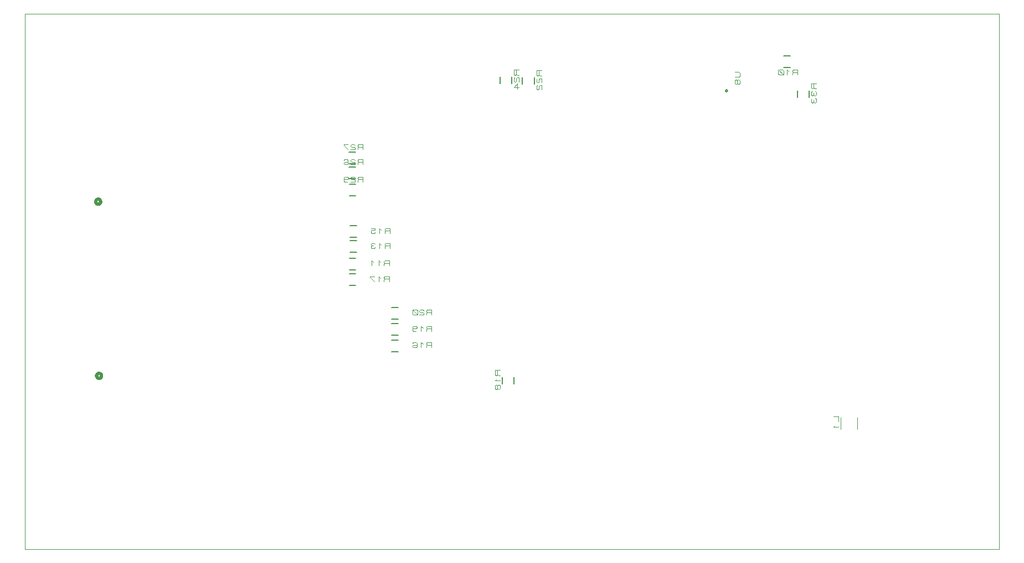
<source format=gbr>
G04 PROTEUS GERBER X2 FILE*
%TF.GenerationSoftware,Labcenter,Proteus,8.17-SP2-Build37159*%
%TF.CreationDate,2025-02-23T13:52:33+00:00*%
%TF.FileFunction,Legend,Bot*%
%TF.FilePolarity,Positive*%
%TF.Part,Single*%
%TF.SameCoordinates,{f5fd30df-bfb1-41d0-8757-df29ac62e929}*%
%FSLAX45Y45*%
%MOMM*%
G01*
%TA.AperFunction,Profile*%
%ADD73C,0.101600*%
%TA.AperFunction,Material*%
%ADD34C,0.101600*%
%ADD36C,0.200000*%
%ADD38C,0.508000*%
%ADD41C,0.203200*%
%TD.AperFunction*%
D73*
X+0Y+635000D02*
X+14900000Y+635000D01*
X+14900000Y+8835000D01*
X+0Y+635000D02*
X+0Y+8835000D01*
X+14900000Y+8835000D01*
D34*
X+12470460Y+2651460D02*
X+12470460Y+2473660D01*
X+12729540Y+2651460D02*
X+12729540Y+2473660D01*
X+12363780Y+2669240D02*
X+12439980Y+2669240D01*
X+12439980Y+2589230D01*
X+12389180Y+2535890D02*
X+12363780Y+2509220D01*
X+12439980Y+2509220D01*
D36*
X+5061200Y+4913800D02*
X+4961200Y+4913800D01*
X+5061200Y+5093800D02*
X+4961200Y+5093800D01*
D34*
X+5571220Y+4979200D02*
X+5571220Y+5055400D01*
X+5504545Y+5055400D01*
X+5491210Y+5042700D01*
X+5491210Y+5030000D01*
X+5504545Y+5017300D01*
X+5571220Y+5017300D01*
X+5504545Y+5017300D02*
X+5491210Y+5004600D01*
X+5491210Y+4979200D01*
X+5437870Y+5030000D02*
X+5411200Y+5055400D01*
X+5411200Y+4979200D01*
X+5331190Y+5030000D02*
X+5304520Y+5055400D01*
X+5304520Y+4979200D01*
D36*
X+5073900Y+5180500D02*
X+4973900Y+5180500D01*
X+5073900Y+5360500D02*
X+4973900Y+5360500D01*
D34*
X+5583920Y+5245900D02*
X+5583920Y+5322100D01*
X+5517245Y+5322100D01*
X+5503910Y+5309400D01*
X+5503910Y+5296700D01*
X+5517245Y+5284000D01*
X+5583920Y+5284000D01*
X+5517245Y+5284000D02*
X+5503910Y+5271300D01*
X+5503910Y+5245900D01*
X+5450570Y+5296700D02*
X+5423900Y+5322100D01*
X+5423900Y+5245900D01*
X+5357225Y+5309400D02*
X+5343890Y+5322100D01*
X+5303885Y+5322100D01*
X+5290550Y+5309400D01*
X+5290550Y+5296700D01*
X+5303885Y+5284000D01*
X+5290550Y+5271300D01*
X+5290550Y+5258600D01*
X+5303885Y+5245900D01*
X+5343890Y+5245900D01*
X+5357225Y+5258600D01*
X+5330555Y+5284000D02*
X+5303885Y+5284000D01*
D36*
X+5073900Y+5409100D02*
X+4973900Y+5409100D01*
X+5073900Y+5589100D02*
X+4973900Y+5589100D01*
D34*
X+5583920Y+5474500D02*
X+5583920Y+5550700D01*
X+5517245Y+5550700D01*
X+5503910Y+5538000D01*
X+5503910Y+5525300D01*
X+5517245Y+5512600D01*
X+5583920Y+5512600D01*
X+5517245Y+5512600D02*
X+5503910Y+5499900D01*
X+5503910Y+5474500D01*
X+5450570Y+5525300D02*
X+5423900Y+5550700D01*
X+5423900Y+5474500D01*
X+5290550Y+5550700D02*
X+5357225Y+5550700D01*
X+5357225Y+5525300D01*
X+5303885Y+5525300D01*
X+5290550Y+5512600D01*
X+5290550Y+5487200D01*
X+5303885Y+5474500D01*
X+5343890Y+5474500D01*
X+5357225Y+5487200D01*
D36*
X+5710400Y+3660000D02*
X+5610400Y+3660000D01*
X+5710400Y+3840000D02*
X+5610400Y+3840000D01*
D34*
X+6220420Y+3725400D02*
X+6220420Y+3801600D01*
X+6153745Y+3801600D01*
X+6140410Y+3788900D01*
X+6140410Y+3776200D01*
X+6153745Y+3763500D01*
X+6220420Y+3763500D01*
X+6153745Y+3763500D02*
X+6140410Y+3750800D01*
X+6140410Y+3725400D01*
X+6087070Y+3776200D02*
X+6060400Y+3801600D01*
X+6060400Y+3725400D01*
X+5927050Y+3788900D02*
X+5940385Y+3801600D01*
X+5980390Y+3801600D01*
X+5993725Y+3788900D01*
X+5993725Y+3738100D01*
X+5980390Y+3725400D01*
X+5940385Y+3725400D01*
X+5927050Y+3738100D01*
X+5927050Y+3750800D01*
X+5940385Y+3763500D01*
X+5993725Y+3763500D01*
D36*
X+5061200Y+4672500D02*
X+4961200Y+4672500D01*
X+5061200Y+4852500D02*
X+4961200Y+4852500D01*
D34*
X+5571220Y+4737900D02*
X+5571220Y+4814100D01*
X+5504545Y+4814100D01*
X+5491210Y+4801400D01*
X+5491210Y+4788700D01*
X+5504545Y+4776000D01*
X+5571220Y+4776000D01*
X+5504545Y+4776000D02*
X+5491210Y+4763300D01*
X+5491210Y+4737900D01*
X+5437870Y+4788700D02*
X+5411200Y+4814100D01*
X+5411200Y+4737900D01*
X+5344525Y+4814100D02*
X+5277850Y+4814100D01*
X+5277850Y+4801400D01*
X+5344525Y+4737900D01*
D36*
X+7481400Y+3268400D02*
X+7481400Y+3168400D01*
X+7301400Y+3268400D02*
X+7301400Y+3168400D01*
D34*
X+7266000Y+3378420D02*
X+7189800Y+3378420D01*
X+7189800Y+3311745D01*
X+7202500Y+3298410D01*
X+7215200Y+3298410D01*
X+7227900Y+3311745D01*
X+7227900Y+3378420D01*
X+7227900Y+3311745D02*
X+7240600Y+3298410D01*
X+7266000Y+3298410D01*
X+7215200Y+3245070D02*
X+7189800Y+3218400D01*
X+7266000Y+3218400D01*
X+7227900Y+3138390D02*
X+7215200Y+3151725D01*
X+7202500Y+3151725D01*
X+7189800Y+3138390D01*
X+7189800Y+3098385D01*
X+7202500Y+3085050D01*
X+7215200Y+3085050D01*
X+7227900Y+3098385D01*
X+7227900Y+3138390D01*
X+7240600Y+3151725D01*
X+7253300Y+3151725D01*
X+7266000Y+3138390D01*
X+7266000Y+3098385D01*
X+7253300Y+3085050D01*
X+7240600Y+3085050D01*
X+7227900Y+3098385D01*
D36*
X+5710400Y+3910000D02*
X+5610400Y+3910000D01*
X+5710400Y+4090000D02*
X+5610400Y+4090000D01*
D34*
X+6220420Y+3975400D02*
X+6220420Y+4051600D01*
X+6153745Y+4051600D01*
X+6140410Y+4038900D01*
X+6140410Y+4026200D01*
X+6153745Y+4013500D01*
X+6220420Y+4013500D01*
X+6153745Y+4013500D02*
X+6140410Y+4000800D01*
X+6140410Y+3975400D01*
X+6087070Y+4026200D02*
X+6060400Y+4051600D01*
X+6060400Y+3975400D01*
X+5927050Y+4026200D02*
X+5940385Y+4013500D01*
X+5980390Y+4013500D01*
X+5993725Y+4026200D01*
X+5993725Y+4038900D01*
X+5980390Y+4051600D01*
X+5940385Y+4051600D01*
X+5927050Y+4038900D01*
X+5927050Y+3988100D01*
X+5940385Y+3975400D01*
X+5980390Y+3975400D01*
D36*
X+5710400Y+4160000D02*
X+5610400Y+4160000D01*
X+5710400Y+4340000D02*
X+5610400Y+4340000D01*
D34*
X+6220420Y+4225400D02*
X+6220420Y+4301600D01*
X+6153745Y+4301600D01*
X+6140410Y+4288900D01*
X+6140410Y+4276200D01*
X+6153745Y+4263500D01*
X+6220420Y+4263500D01*
X+6153745Y+4263500D02*
X+6140410Y+4250800D01*
X+6140410Y+4225400D01*
X+6100405Y+4288900D02*
X+6087070Y+4301600D01*
X+6047065Y+4301600D01*
X+6033730Y+4288900D01*
X+6033730Y+4276200D01*
X+6047065Y+4263500D01*
X+6087070Y+4263500D01*
X+6100405Y+4250800D01*
X+6100405Y+4225400D01*
X+6033730Y+4225400D01*
X+6007060Y+4238100D02*
X+6007060Y+4288900D01*
X+5993725Y+4301600D01*
X+5940385Y+4301600D01*
X+5927050Y+4288900D01*
X+5927050Y+4238100D01*
X+5940385Y+4225400D01*
X+5993725Y+4225400D01*
X+6007060Y+4238100D01*
X+6007060Y+4225400D02*
X+5927050Y+4301600D01*
D36*
X+7610000Y+7755000D02*
X+7610000Y+7855000D01*
X+7790000Y+7755000D02*
X+7790000Y+7855000D01*
D34*
X+7901600Y+7965020D02*
X+7825400Y+7965020D01*
X+7825400Y+7898345D01*
X+7838100Y+7885010D01*
X+7850800Y+7885010D01*
X+7863500Y+7898345D01*
X+7863500Y+7965020D01*
X+7863500Y+7898345D02*
X+7876200Y+7885010D01*
X+7901600Y+7885010D01*
X+7838100Y+7845005D02*
X+7825400Y+7831670D01*
X+7825400Y+7791665D01*
X+7838100Y+7778330D01*
X+7850800Y+7778330D01*
X+7863500Y+7791665D01*
X+7863500Y+7831670D01*
X+7876200Y+7845005D01*
X+7901600Y+7845005D01*
X+7901600Y+7778330D01*
X+7838100Y+7738325D02*
X+7825400Y+7724990D01*
X+7825400Y+7684985D01*
X+7838100Y+7671650D01*
X+7850800Y+7671650D01*
X+7863500Y+7684985D01*
X+7863500Y+7724990D01*
X+7876200Y+7738325D01*
X+7901600Y+7738325D01*
X+7901600Y+7671650D01*
D36*
X+7263300Y+7765800D02*
X+7263300Y+7865800D01*
X+7443300Y+7765800D02*
X+7443300Y+7865800D01*
D34*
X+7554900Y+7975820D02*
X+7478700Y+7975820D01*
X+7478700Y+7909145D01*
X+7491400Y+7895810D01*
X+7504100Y+7895810D01*
X+7516800Y+7909145D01*
X+7516800Y+7975820D01*
X+7516800Y+7909145D02*
X+7529500Y+7895810D01*
X+7554900Y+7895810D01*
X+7491400Y+7855805D02*
X+7478700Y+7842470D01*
X+7478700Y+7802465D01*
X+7491400Y+7789130D01*
X+7504100Y+7789130D01*
X+7516800Y+7802465D01*
X+7516800Y+7842470D01*
X+7529500Y+7855805D01*
X+7554900Y+7855805D01*
X+7554900Y+7789130D01*
X+7529500Y+7682450D02*
X+7529500Y+7762460D01*
X+7478700Y+7709120D01*
X+7554900Y+7709120D01*
D36*
X+5059100Y+6310800D02*
X+4959100Y+6310800D01*
X+5059100Y+6490800D02*
X+4959100Y+6490800D01*
D34*
X+5169120Y+6526200D02*
X+5169120Y+6602400D01*
X+5102445Y+6602400D01*
X+5089110Y+6589700D01*
X+5089110Y+6577000D01*
X+5102445Y+6564300D01*
X+5169120Y+6564300D01*
X+5102445Y+6564300D02*
X+5089110Y+6551600D01*
X+5089110Y+6526200D01*
X+5049105Y+6589700D02*
X+5035770Y+6602400D01*
X+4995765Y+6602400D01*
X+4982430Y+6589700D01*
X+4982430Y+6577000D01*
X+4995765Y+6564300D01*
X+5035770Y+6564300D01*
X+5049105Y+6551600D01*
X+5049105Y+6526200D01*
X+4982430Y+6526200D01*
X+4875750Y+6589700D02*
X+4889085Y+6602400D01*
X+4929090Y+6602400D01*
X+4942425Y+6589700D01*
X+4942425Y+6538900D01*
X+4929090Y+6526200D01*
X+4889085Y+6526200D01*
X+4875750Y+6538900D01*
X+4875750Y+6551600D01*
X+4889085Y+6564300D01*
X+4942425Y+6564300D01*
D36*
X+5059100Y+6539400D02*
X+4959100Y+6539400D01*
X+5059100Y+6719400D02*
X+4959100Y+6719400D01*
D34*
X+5169120Y+6754800D02*
X+5169120Y+6831000D01*
X+5102445Y+6831000D01*
X+5089110Y+6818300D01*
X+5089110Y+6805600D01*
X+5102445Y+6792900D01*
X+5169120Y+6792900D01*
X+5102445Y+6792900D02*
X+5089110Y+6780200D01*
X+5089110Y+6754800D01*
X+5049105Y+6818300D02*
X+5035770Y+6831000D01*
X+4995765Y+6831000D01*
X+4982430Y+6818300D01*
X+4982430Y+6805600D01*
X+4995765Y+6792900D01*
X+5035770Y+6792900D01*
X+5049105Y+6780200D01*
X+5049105Y+6754800D01*
X+4982430Y+6754800D01*
X+4942425Y+6831000D02*
X+4875750Y+6831000D01*
X+4875750Y+6818300D01*
X+4942425Y+6754800D01*
D36*
X+5061200Y+6044100D02*
X+4961200Y+6044100D01*
X+5061200Y+6224100D02*
X+4961200Y+6224100D01*
D34*
X+5171220Y+6259500D02*
X+5171220Y+6335700D01*
X+5104545Y+6335700D01*
X+5091210Y+6323000D01*
X+5091210Y+6310300D01*
X+5104545Y+6297600D01*
X+5171220Y+6297600D01*
X+5104545Y+6297600D02*
X+5091210Y+6284900D01*
X+5091210Y+6259500D01*
X+5051205Y+6323000D02*
X+5037870Y+6335700D01*
X+4997865Y+6335700D01*
X+4984530Y+6323000D01*
X+4984530Y+6310300D01*
X+4997865Y+6297600D01*
X+5037870Y+6297600D01*
X+5051205Y+6284900D01*
X+5051205Y+6259500D01*
X+4984530Y+6259500D01*
X+4877850Y+6310300D02*
X+4891185Y+6297600D01*
X+4931190Y+6297600D01*
X+4944525Y+6310300D01*
X+4944525Y+6323000D01*
X+4931190Y+6335700D01*
X+4891185Y+6335700D01*
X+4877850Y+6323000D01*
X+4877850Y+6272200D01*
X+4891185Y+6259500D01*
X+4931190Y+6259500D01*
D38*
X+1162200Y+5956300D02*
X+1162069Y+5959458D01*
X+1161003Y+5965776D01*
X+1158772Y+5972094D01*
X+1155127Y+5978412D01*
X+1149552Y+5984651D01*
X+1143234Y+5989247D01*
X+1136916Y+5992180D01*
X+1130598Y+5993842D01*
X+1124280Y+5994400D01*
X+1124100Y+5994400D01*
X+1086000Y+5956300D02*
X+1086131Y+5959458D01*
X+1087197Y+5965776D01*
X+1089428Y+5972094D01*
X+1093073Y+5978412D01*
X+1098648Y+5984651D01*
X+1104966Y+5989247D01*
X+1111284Y+5992180D01*
X+1117602Y+5993842D01*
X+1123920Y+5994400D01*
X+1124100Y+5994400D01*
X+1086000Y+5956300D02*
X+1086131Y+5953142D01*
X+1087197Y+5946824D01*
X+1089428Y+5940506D01*
X+1093073Y+5934188D01*
X+1098648Y+5927949D01*
X+1104966Y+5923353D01*
X+1111284Y+5920420D01*
X+1117602Y+5918758D01*
X+1123920Y+5918200D01*
X+1124100Y+5918200D01*
X+1162200Y+5956300D02*
X+1162069Y+5953142D01*
X+1161003Y+5946824D01*
X+1158772Y+5940506D01*
X+1155127Y+5934188D01*
X+1149552Y+5927949D01*
X+1143234Y+5923353D01*
X+1136916Y+5920420D01*
X+1130598Y+5918758D01*
X+1124280Y+5918200D01*
X+1124100Y+5918200D01*
X+1174900Y+3289300D02*
X+1174769Y+3292458D01*
X+1173703Y+3298776D01*
X+1171472Y+3305094D01*
X+1167827Y+3311412D01*
X+1162252Y+3317651D01*
X+1155934Y+3322247D01*
X+1149616Y+3325180D01*
X+1143298Y+3326842D01*
X+1136980Y+3327400D01*
X+1136800Y+3327400D01*
X+1098700Y+3289300D02*
X+1098831Y+3292458D01*
X+1099897Y+3298776D01*
X+1102128Y+3305094D01*
X+1105773Y+3311412D01*
X+1111348Y+3317651D01*
X+1117666Y+3322247D01*
X+1123984Y+3325180D01*
X+1130302Y+3326842D01*
X+1136620Y+3327400D01*
X+1136800Y+3327400D01*
X+1098700Y+3289300D02*
X+1098831Y+3286142D01*
X+1099897Y+3279824D01*
X+1102128Y+3273506D01*
X+1105773Y+3267188D01*
X+1111348Y+3260949D01*
X+1117666Y+3256353D01*
X+1123984Y+3253420D01*
X+1130302Y+3251758D01*
X+1136620Y+3251200D01*
X+1136800Y+3251200D01*
X+1174900Y+3289300D02*
X+1174769Y+3286142D01*
X+1173703Y+3279824D01*
X+1171472Y+3273506D01*
X+1167827Y+3267188D01*
X+1162252Y+3260949D01*
X+1155934Y+3256353D01*
X+1149616Y+3253420D01*
X+1143298Y+3251758D01*
X+1136980Y+3251200D01*
X+1136800Y+3251200D01*
D41*
X+10743460Y+7655400D02*
X+10743410Y+7656605D01*
X+10743002Y+7659017D01*
X+10742147Y+7661429D01*
X+10740750Y+7663841D01*
X+10738613Y+7666220D01*
X+10736201Y+7667963D01*
X+10733789Y+7669072D01*
X+10731377Y+7669697D01*
X+10728965Y+7669900D01*
X+10728960Y+7669900D01*
X+10714460Y+7655400D02*
X+10714510Y+7656605D01*
X+10714918Y+7659017D01*
X+10715773Y+7661429D01*
X+10717170Y+7663841D01*
X+10719307Y+7666220D01*
X+10721719Y+7667963D01*
X+10724131Y+7669072D01*
X+10726543Y+7669697D01*
X+10728955Y+7669900D01*
X+10728960Y+7669900D01*
X+10714460Y+7655400D02*
X+10714510Y+7654195D01*
X+10714918Y+7651783D01*
X+10715773Y+7649371D01*
X+10717170Y+7646959D01*
X+10719307Y+7644580D01*
X+10721719Y+7642837D01*
X+10724131Y+7641728D01*
X+10726543Y+7641103D01*
X+10728955Y+7640900D01*
X+10728960Y+7640900D01*
X+10743460Y+7655400D02*
X+10743410Y+7654195D01*
X+10743002Y+7651783D01*
X+10742147Y+7649371D01*
X+10740750Y+7646959D01*
X+10738613Y+7644580D01*
X+10736201Y+7642837D01*
X+10733789Y+7641728D01*
X+10731377Y+7641103D01*
X+10728965Y+7640900D01*
X+10728960Y+7640900D01*
D34*
X+10853420Y+7942580D02*
X+10916920Y+7942580D01*
X+10929620Y+7929245D01*
X+10929620Y+7875905D01*
X+10916920Y+7862570D01*
X+10853420Y+7862570D01*
X+10891520Y+7809230D02*
X+10878820Y+7822565D01*
X+10866120Y+7822565D01*
X+10853420Y+7809230D01*
X+10853420Y+7769225D01*
X+10866120Y+7755890D01*
X+10878820Y+7755890D01*
X+10891520Y+7769225D01*
X+10891520Y+7809230D01*
X+10904220Y+7822565D01*
X+10916920Y+7822565D01*
X+10929620Y+7809230D01*
X+10929620Y+7769225D01*
X+10916920Y+7755890D01*
X+10904220Y+7755890D01*
X+10891520Y+7769225D01*
D36*
X+11605000Y+8190000D02*
X+11705000Y+8190000D01*
X+11605000Y+8010000D02*
X+11705000Y+8010000D01*
D34*
X+11815020Y+7898400D02*
X+11815020Y+7974600D01*
X+11748345Y+7974600D01*
X+11735010Y+7961900D01*
X+11735010Y+7949200D01*
X+11748345Y+7936500D01*
X+11815020Y+7936500D01*
X+11748345Y+7936500D02*
X+11735010Y+7923800D01*
X+11735010Y+7898400D01*
X+11681670Y+7949200D02*
X+11655000Y+7974600D01*
X+11655000Y+7898400D01*
X+11601660Y+7911100D02*
X+11601660Y+7961900D01*
X+11588325Y+7974600D01*
X+11534985Y+7974600D01*
X+11521650Y+7961900D01*
X+11521650Y+7911100D01*
X+11534985Y+7898400D01*
X+11588325Y+7898400D01*
X+11601660Y+7911100D01*
X+11601660Y+7898400D02*
X+11521650Y+7974600D01*
D36*
X+11810000Y+7555000D02*
X+11810000Y+7655000D01*
X+11990000Y+7555000D02*
X+11990000Y+7655000D01*
D34*
X+12101600Y+7765020D02*
X+12025400Y+7765020D01*
X+12025400Y+7698345D01*
X+12038100Y+7685010D01*
X+12050800Y+7685010D01*
X+12063500Y+7698345D01*
X+12063500Y+7765020D01*
X+12063500Y+7698345D02*
X+12076200Y+7685010D01*
X+12101600Y+7685010D01*
X+12038100Y+7645005D02*
X+12025400Y+7631670D01*
X+12025400Y+7591665D01*
X+12038100Y+7578330D01*
X+12050800Y+7578330D01*
X+12063500Y+7591665D01*
X+12076200Y+7578330D01*
X+12088900Y+7578330D01*
X+12101600Y+7591665D01*
X+12101600Y+7631670D01*
X+12088900Y+7645005D01*
X+12063500Y+7618335D02*
X+12063500Y+7591665D01*
X+12038100Y+7538325D02*
X+12025400Y+7524990D01*
X+12025400Y+7484985D01*
X+12038100Y+7471650D01*
X+12050800Y+7471650D01*
X+12063500Y+7484985D01*
X+12076200Y+7471650D01*
X+12088900Y+7471650D01*
X+12101600Y+7484985D01*
X+12101600Y+7524990D01*
X+12088900Y+7538325D01*
X+12063500Y+7511655D02*
X+12063500Y+7484985D01*
M02*

</source>
